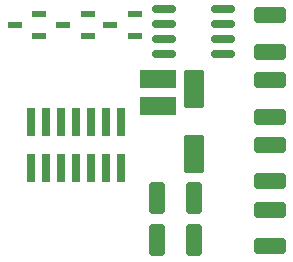
<source format=gbr>
%TF.GenerationSoftware,KiCad,Pcbnew,7.0.10*%
%TF.CreationDate,2024-02-10T17:51:15-05:00*%
%TF.ProjectId,led_controller_i2c,6c65645f-636f-46e7-9472-6f6c6c65725f,rev?*%
%TF.SameCoordinates,Original*%
%TF.FileFunction,Paste,Top*%
%TF.FilePolarity,Positive*%
%FSLAX46Y46*%
G04 Gerber Fmt 4.6, Leading zero omitted, Abs format (unit mm)*
G04 Created by KiCad (PCBNEW 7.0.10) date 2024-02-10 17:51:15*
%MOMM*%
%LPD*%
G01*
G04 APERTURE LIST*
G04 Aperture macros list*
%AMRoundRect*
0 Rectangle with rounded corners*
0 $1 Rounding radius*
0 $2 $3 $4 $5 $6 $7 $8 $9 X,Y pos of 4 corners*
0 Add a 4 corners polygon primitive as box body*
4,1,4,$2,$3,$4,$5,$6,$7,$8,$9,$2,$3,0*
0 Add four circle primitives for the rounded corners*
1,1,$1+$1,$2,$3*
1,1,$1+$1,$4,$5*
1,1,$1+$1,$6,$7*
1,1,$1+$1,$8,$9*
0 Add four rect primitives between the rounded corners*
20,1,$1+$1,$2,$3,$4,$5,0*
20,1,$1+$1,$4,$5,$6,$7,0*
20,1,$1+$1,$6,$7,$8,$9,0*
20,1,$1+$1,$8,$9,$2,$3,0*%
G04 Aperture macros list end*
%ADD10RoundRect,0.150000X-0.825000X-0.150000X0.825000X-0.150000X0.825000X0.150000X-0.825000X0.150000X0*%
%ADD11R,0.740000X2.400000*%
%ADD12R,1.300000X0.600000*%
%ADD13R,3.050000X1.520000*%
%ADD14RoundRect,0.250000X-0.600000X1.400000X-0.600000X-1.400000X0.600000X-1.400000X0.600000X1.400000X0*%
%ADD15RoundRect,0.250000X-0.412500X-1.100000X0.412500X-1.100000X0.412500X1.100000X-0.412500X1.100000X0*%
%ADD16RoundRect,0.250000X-1.100000X0.412500X-1.100000X-0.412500X1.100000X-0.412500X1.100000X0.412500X0*%
%ADD17RoundRect,0.250000X1.100000X-0.412500X1.100000X0.412500X-1.100000X0.412500X-1.100000X-0.412500X0*%
G04 APERTURE END LIST*
D10*
%TO.C,U2*%
X27005000Y-17765000D03*
X27005000Y-19035000D03*
X27005000Y-20305000D03*
X27005000Y-21575000D03*
X31955000Y-21575000D03*
X31955000Y-20305000D03*
X31955000Y-19035000D03*
X31955000Y-17765000D03*
%TD*%
D11*
%TO.C,U1*%
X15730000Y-31215000D03*
X15730000Y-27315000D03*
X17000000Y-31215000D03*
X17000000Y-27315000D03*
X18270000Y-31215000D03*
X18270000Y-27315000D03*
X19540000Y-31215000D03*
X19540000Y-27315000D03*
X20810000Y-31215000D03*
X20810000Y-27315000D03*
X22080000Y-31215000D03*
X22080000Y-27315000D03*
X23350000Y-31215000D03*
X23350000Y-27315000D03*
%TD*%
D12*
%TO.C,Q3*%
X18455000Y-19075000D03*
X20555000Y-18125000D03*
X20555000Y-20025000D03*
%TD*%
%TO.C,Q2*%
X22455000Y-19075000D03*
X24555000Y-18125000D03*
X24555000Y-20025000D03*
%TD*%
%TO.C,Q1*%
X14355000Y-19065000D03*
X16455000Y-18115000D03*
X16455000Y-20015000D03*
%TD*%
D13*
%TO.C,L1*%
X26505000Y-23620000D03*
X26505000Y-25910000D03*
%TD*%
D14*
%TO.C,D2*%
X29505000Y-24515000D03*
X29505000Y-30015000D03*
%TD*%
D15*
%TO.C,C6*%
X26442500Y-33765000D03*
X29567500Y-33765000D03*
%TD*%
%TO.C,C5*%
X26442500Y-37265000D03*
X29567500Y-37265000D03*
%TD*%
D16*
%TO.C,C4*%
X36005000Y-34702500D03*
X36005000Y-37827500D03*
%TD*%
D17*
%TO.C,C3*%
X36005000Y-21390000D03*
X36005000Y-18265000D03*
%TD*%
D16*
%TO.C,C2*%
X36005000Y-23702500D03*
X36005000Y-26827500D03*
%TD*%
D17*
%TO.C,C1*%
X36005000Y-32327500D03*
X36005000Y-29202500D03*
%TD*%
M02*

</source>
